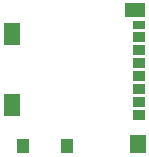
<source format=gbr>
%TF.GenerationSoftware,KiCad,Pcbnew,9.0.4-1.fc42*%
%TF.CreationDate,2025-09-21T19:32:59-04:00*%
%TF.ProjectId,TacosDevBoard,5461636f-7344-4657-9642-6f6172642e6b,1.0*%
%TF.SameCoordinates,Original*%
%TF.FileFunction,Paste,Bot*%
%TF.FilePolarity,Positive*%
%FSLAX46Y46*%
G04 Gerber Fmt 4.6, Leading zero omitted, Abs format (unit mm)*
G04 Created by KiCad (PCBNEW 9.0.4-1.fc42) date 2025-09-21 19:32:59*
%MOMM*%
%LPD*%
G01*
G04 APERTURE LIST*
%ADD10R,1.100000X0.850000*%
%ADD11R,1.100000X0.750000*%
%ADD12R,1.000000X1.200000*%
%ADD13R,1.350000X1.550000*%
%ADD14R,1.350000X1.900000*%
%ADD15R,1.800000X1.170000*%
G04 APERTURE END LIST*
D10*
%TO.C,J6*%
X170450000Y-47105000D03*
X170450000Y-46005000D03*
X170450000Y-44905000D03*
X170450000Y-43805000D03*
X170450000Y-42705000D03*
X170450000Y-41605000D03*
X170450000Y-40505000D03*
D11*
X170450000Y-39455000D03*
D12*
X164300000Y-49740000D03*
X160600000Y-49740000D03*
D13*
X170325000Y-49565000D03*
D14*
X159625000Y-46240000D03*
X159625000Y-40270000D03*
D15*
X170100000Y-38245000D03*
%TD*%
M02*

</source>
